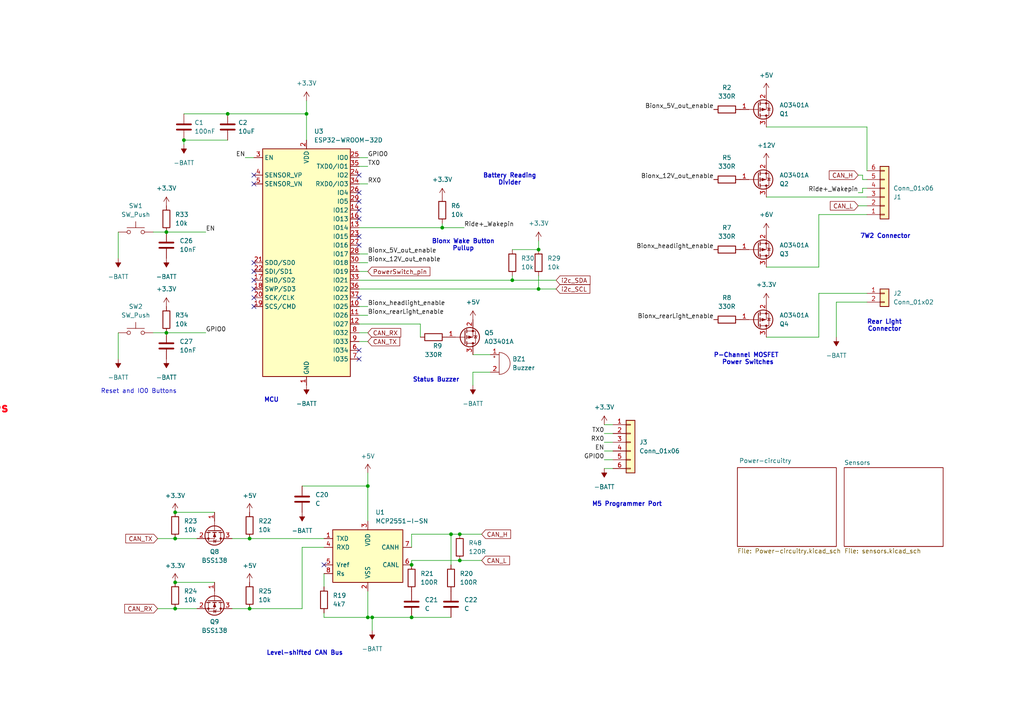
<source format=kicad_sch>
(kicad_sch (version 20231120) (generator "eeschema") (generator_version "8.0")
  (paper "A4")
  (title_block (title "Bionx EBike Battery Control Circuitry") (date "2024-04-29") (rev "0") (comment 1 "Requires an external BMS"))
  (lib_symbols
    (symbol "Connector_Generic:Conn_01x02" (pin_names (offset 1.016) hide)
      (property "Reference" "J" (at 0 2.54 0))
      (property "Value" "Conn_01x02" (at 0 -5.08 0))
      (symbol "Conn_01x02_1_1"
        (rectangle (start -1.27 -2.413) (end 0 -2.667) (stroke (width 0.1524)))
        (rectangle (start -1.27 0.127) (end 0 -0.127) (stroke (width 0.1524)))
        (rectangle (start -1.27 1.27) (end 1.27 -3.81) (stroke (width 0.254)) (fill (type background)))
        (pin passive line (at -5.08 0 0) (length 3.81) (name "Pin_1") (number "1"))
        (pin passive line (at -5.08 -2.54 0) (length 3.81) (name "Pin_2") (number "2"))
      )
    )
    (symbol "Connector_Generic:Conn_01x06" (pin_names (offset 1.016) hide)
      (property "Reference" "J" (at 0 7.62 0))
      (property "Value" "Conn_01x06" (at 0 -10.16 0))
      (symbol "Conn_01x06_1_1"
        (rectangle (start -1.27 -7.493) (end 0 -7.747) (stroke (width 0.1524)))
        (rectangle (start -1.27 -4.953) (end 0 -5.207) (stroke (width 0.1524)))
        (rectangle (start -1.27 -2.413) (end 0 -2.667) (stroke (width 0.1524)))
        (rectangle (start -1.27 0.127) (end 0 -0.127) (stroke (width 0.1524)))
        (rectangle (start -1.27 2.667) (end 0 2.413) (stroke (width 0.1524)))
        (rectangle (start -1.27 5.207) (end 0 4.953) (stroke (width 0.1524)))
        (rectangle (start -1.27 6.35) (end 1.27 -8.89) (stroke (width 0.254)) (fill (type background)))
        (pin passive line (at -5.08 5.08 0) (length 3.81) (name "Pin_1") (number "1"))
        (pin passive line (at -5.08 2.54 0) (length 3.81) (name "Pin_2") (number "2"))
        (pin passive line (at -5.08 0 0) (length 3.81) (name "Pin_3") (number "3"))
        (pin passive line (at -5.08 -2.54 0) (length 3.81) (name "Pin_4") (number "4"))
        (pin passive line (at -5.08 -5.08 0) (length 3.81) (name "Pin_5") (number "5"))
        (pin passive line (at -5.08 -7.62 0) (length 3.81) (name "Pin_6") (number "6"))
      )
    )
    (symbol "Device:Buzzer" (pin_names (offset 0.0254) hide)
      (property "Reference" "BZ" (at 3.81 1.27 0))
      (property "Value" "Buzzer" (at 3.81 -1.27 0))
      (symbol "Buzzer_0_1"
        (arc (start 0 -3.175) (mid 3.1612 0) (end 0 3.175))
        (polyline (pts (xy -1.651 1.905) (xy -1.143 1.905)))
        (polyline (pts (xy -1.397 2.159) (xy -1.397 1.651)))
        (polyline (pts (xy 0 3.175) (xy 0 -3.175)))
      )
      (symbol "Buzzer_1_1"
        (pin passive line (at -2.54 2.54 0) (length 2.54) (name "+") (number "1"))
        (pin passive line (at -2.54 -2.54 0) (length 2.54) (name "-") (number "2"))
      )
    )
    (symbol "Device:C" (pin_numbers hide) (pin_names (offset 0.254))
      (property "Reference" "C" (at 0.635 2.54 0))
      (property "Value" "C" (at 0.635 -2.54 0))
      (symbol "C_0_1"
        (polyline (pts (xy -2.032 -0.762) (xy 2.032 -0.762)) (stroke (width 0.508)))
        (polyline (pts (xy -2.032 0.762) (xy 2.032 0.762)) (stroke (width 0.508)))
      )
      (symbol "C_1_1"
        (pin passive line (at 0 3.81 270) (length 2.794) (name "~") (number "1"))
        (pin passive line (at 0 -3.81 90) (length 2.794) (name "~") (number "2"))
      )
    )
    (symbol "Device:R" (pin_numbers hide) (pin_names (offset 0))
      (property "Reference" "R" (at 2.032 0 90))
      (property "Value" "R" (at 0 0 90))
      (symbol "R_0_1"
        (rectangle (start -1.016 -2.54) (end 1.016 2.54) (stroke (width 0.254)))
      )
      (symbol "R_1_1"
        (pin passive line (at 0 3.81 270) (length 1.27) (name "~") (number "1"))
        (pin passive line (at 0 -3.81 90) (length 1.27) (name "~") (number "2"))
      )
    )
    (symbol "Interface_CAN_LIN:MCP2551-I-SN" (pin_names (offset 1.016))
      (property "Reference" "U" (at -10.16 8.89 0))
      (property "Value" "MCP2551-I-SN" (at 2.54 8.89 0))
      (symbol "MCP2551-I-SN_0_1"
        (rectangle (start -10.16 7.62) (end 10.16 -7.62) (stroke (width 0.254)) (fill (type background)))
      )
      (symbol "MCP2551-I-SN_1_1"
        (pin input line (at -12.7 5.08 0) (length 2.54) (name "TXD") (number "1"))
        (pin power_in line (at 0 -10.16 90) (length 2.54) (name "VSS") (number "2"))
        (pin power_in line (at 0 10.16 270) (length 2.54) (name "VDD") (number "3"))
        (pin output line (at -12.7 2.54 0) (length 2.54) (name "RXD") (number "4"))
        (pin power_out line (at -12.7 -2.54 0) (length 2.54) (name "Vref") (number "5"))
        (pin bidirectional line (at 12.7 -2.54 180) (length 2.54) (name "CANL") (number "6"))
        (pin bidirectional line (at 12.7 2.54 180) (length 2.54) (name "CANH") (number "7"))
        (pin input line (at -12.7 -5.08 0) (length 2.54) (name "Rs") (number "8"))
      )
    )
    (symbol "RF_Module:ESP32-WROOM-32D"
      (property "Reference" "U" (at -12.7 34.29 0))
      (property "Value" "ESP32-WROOM-32D" (at 1.27 34.29 0))
      (symbol "ESP32-WROOM-32D_0_1"
        (rectangle (start -12.7 33.02) (end 12.7 -33.02) (stroke (width 0.254)) (fill (type background)))
      )
      (symbol "ESP32-WROOM-32D_1_1"
        (pin power_in line (at 0 -35.56 90) (length 2.54) (name "GND") (number "1"))
        (pin bidirectional line (at 15.24 -12.7 180) (length 2.54) (name "IO25") (number "10"))
        (pin bidirectional line (at 15.24 -15.24 180) (length 2.54) (name "IO26") (number "11"))
        (pin bidirectional line (at 15.24 -17.78 180) (length 2.54) (name "IO27") (number "12"))
        (pin bidirectional line (at 15.24 10.16 180) (length 2.54) (name "IO14") (number "13"))
        (pin bidirectional line (at 15.24 15.24 180) (length 2.54) (name "IO12") (number "14"))
        (pin passive line (at 0 -35.56 90) (length 2.54) hide (name "GND") (number "15"))
        (pin bidirectional line (at 15.24 12.7 180) (length 2.54) (name "IO13") (number "16"))
        (pin bidirectional line (at -15.24 -5.08 0) (length 2.54) (name "SHD/SD2") (number "17"))
        (pin bidirectional line (at -15.24 -7.62 0) (length 2.54) (name "SWP/SD3") (number "18"))
        (pin bidirectional line (at -15.24 -12.7 0) (length 2.54) (name "SCS/CMD") (number "19"))
        (pin power_in line (at 0 35.56 270) (length 2.54) (name "VDD") (number "2"))
        (pin bidirectional line (at -15.24 -10.16 0) (length 2.54) (name "SCK/CLK") (number "20"))
        (pin bidirectional line (at -15.24 0 0) (length 2.54) (name "SDO/SD0") (number "21"))
        (pin bidirectional line (at -15.24 -2.54 0) (length 2.54) (name "SDI/SD1") (number "22"))
        (pin bidirectional line (at 15.24 7.62 180) (length 2.54) (name "IO15") (number "23"))
        (pin bidirectional line (at 15.24 25.4 180) (length 2.54) (name "IO2") (number "24"))
        (pin bidirectional line (at 15.24 30.48 180) (length 2.54) (name "IO0") (number "25"))
        (pin bidirectional line (at 15.24 20.32 180) (length 2.54) (name "IO4") (number "26"))
        (pin bidirectional line (at 15.24 5.08 180) (length 2.54) (name "IO16") (number "27"))
        (pin bidirectional line (at 15.24 2.54 180) (length 2.54) (name "IO17") (number "28"))
        (pin bidirectional line (at 15.24 17.78 180) (length 2.54) (name "IO5") (number "29"))
        (pin input line (at -15.24 30.48 0) (length 2.54) (name "EN") (number "3"))
        (pin bidirectional line (at 15.24 0 180) (length 2.54) (name "IO18") (number "30"))
        (pin bidirectional line (at 15.24 -2.54 180) (length 2.54) (name "IO19") (number "31"))
        (pin no_connect line (at -12.7 -27.94 0) (length 2.54) hide (name "NC") (number "32"))
        (pin bidirectional line (at 15.24 -5.08 180) (length 2.54) (name "IO21") (number "33"))
        (pin bidirectional line (at 15.24 22.86 180) (length 2.54) (name "RXD0/IO3") (number "34"))
        (pin bidirectional line (at 15.24 27.94 180) (length 2.54) (name "TXD0/IO1") (number "35"))
        (pin bidirectional line (at 15.24 -7.62 180) (length 2.54) (name "IO22") (number "36"))
        (pin bidirectional line (at 15.24 -10.16 180) (length 2.54) (name "IO23") (number "37"))
        (pin passive line (at 0 -35.56 90) (length 2.54) hide (name "GND") (number "38"))
        (pin passive line (at 0 -35.56 90) (length 2.54) hide (name "GND") (number "39"))
        (pin input line (at -15.24 25.4 0) (length 2.54) (name "SENSOR_VP") (number "4"))
        (pin input line (at -15.24 22.86 0) (length 2.54) (name "SENSOR_VN") (number "5"))
        (pin input line (at 15.24 -25.4 180) (length 2.54) (name "IO34") (number "6"))
        (pin input line (at 15.24 -27.94 180) (length 2.54) (name "IO35") (number "7"))
        (pin bidirectional line (at 15.24 -20.32 180) (length 2.54) (name "IO32") (number "8"))
        (pin bidirectional line (at 15.24 -22.86 180) (length 2.54) (name "IO33") (number "9"))
      )
    )
    (symbol "Switch:SW_Push" (pin_numbers hide) (pin_names (offset 1.016) hide)
      (property "Reference" "SW" (at 1.27 2.54 0))
      (property "Value" "SW_Push" (at 0 -1.524 0))
      (symbol "SW_Push_0_1"
        (circle (center -2.032 0) (radius 0.508))
        (polyline (pts (xy 0 1.27) (xy 0 3.048)))
        (polyline (pts (xy 2.54 1.27) (xy -2.54 1.27)))
        (circle (center 2.032 0) (radius 0.508))
        (pin passive line (at -5.08 0 0) (length 2.54) (name "1") (number "1"))
        (pin passive line (at 5.08 0 180) (length 2.54) (name "2") (number "2"))
      )
    )
    (symbol "Transistor_FET:AO3401A" (pin_names hide)
      (property "Reference" "Q" (at 5.08 1.905 0))
      (property "Value" "AO3401A" (at 5.08 0 0))
      (symbol "AO3401A_0_1"
        (polyline (pts (xy 0.254 0) (xy -2.54 0)))
        (polyline (pts (xy 0.254 1.905) (xy 0.254 -1.905)) (stroke (width 0.254)))
        (polyline (pts (xy 0.762 -1.27) (xy 0.762 -2.286)) (stroke (width 0.254)))
        (polyline (pts (xy 0.762 0.508) (xy 0.762 -0.508)) (stroke (width 0.254)))
        (polyline (pts (xy 0.762 2.286) (xy 0.762 1.27)) (stroke (width 0.254)))
        (polyline (pts (xy 2.54 2.54) (xy 2.54 1.778)))
        (polyline (pts (xy 2.54 -2.54) (xy 2.54 0) (xy 0.762 0)))
        (polyline (pts (xy 0.762 1.778) (xy 3.302 1.778) (xy 3.302 -1.778) (xy 0.762 -1.778)))
        (polyline (pts (xy 2.286 0) (xy 1.27 0.381) (xy 1.27 -0.381) (xy 2.286 0)) (fill (type outline)))
        (polyline (pts (xy 2.794 -0.508) (xy 2.921 -0.381) (xy 3.683 -0.381) (xy 3.81 -0.254)))
        (polyline (pts (xy 3.302 -0.381) (xy 2.921 0.254) (xy 3.683 0.254) (xy 3.302 -0.381)))
        (circle (center 1.651 0) (radius 2.794) (stroke (width 0.254)))
        (circle (center 2.54 -1.778) (radius 0.254) (fill (type outline)))
        (circle (center 2.54 1.778) (radius 0.254) (fill (type outline)))
      )
      (symbol "AO3401A_1_1"
        (pin input line (at -5.08 0 0) (length 2.54) (name "G") (number "1"))
        (pin passive line (at 2.54 -5.08 90) (length 2.54) (name "S") (number "2"))
        (pin passive line (at 2.54 5.08 270) (length 2.54) (name "D") (number "3"))
      )
    )
    (symbol "Transistor_FET:BSS138" (pin_names hide)
      (property "Reference" "Q" (at 5.08 1.905 0))
      (property "Value" "BSS138" (at 5.08 0 0))
      (symbol "BSS138_0_1"
        (polyline (pts (xy 0.254 0) (xy -2.54 0)))
        (polyline (pts (xy 0.254 1.905) (xy 0.254 -1.905)) (stroke (width 0.254)))
        (polyline (pts (xy 0.762 -1.27) (xy 0.762 -2.286)) (stroke (width 0.254)))
        (polyline (pts (xy 0.762 0.508) (xy 0.762 -0.508)) (stroke (width 0.254)))
        (polyline (pts (xy 0.762 2.286) (xy 0.762 1.27)) (stroke (width 0.254)))
        (polyline (pts (xy 2.54 2.54) (xy 2.54 1.778)))
        (polyline (pts (xy 2.54 -2.54) (xy 2.54 0) (xy 0.762 0)))
        (polyline (pts (xy 0.762 -1.778) (xy 3.302 -1.778) (xy 3.302 1.778) (xy 0.762 1.778)))
        (polyline (pts (xy 1.016 0) (xy 2.032 0.381) (xy 2.032 -0.381) (xy 1.016 0)) (fill (type outline)))
        (polyline (pts (xy 2.794 0.508) (xy 2.921 0.381) (xy 3.683 0.381) (xy 3.81 0.254)))
        (polyline (pts (xy 3.302 0.381) (xy 2.921 -0.254) (xy 3.683 -0.254) (xy 3.302 0.381)))
        (circle (center 1.651 0) (radius 2.794) (stroke (width 0.254)))
        (circle (center 2.54 -1.778) (radius 0.254) (fill (type outline)))
        (circle (center 2.54 1.778) (radius 0.254) (fill (type outline)))
      )
      (symbol "BSS138_1_1"
        (pin input line (at -5.08 0 0) (length 2.54) (name "G") (number "1"))
        (pin passive line (at 2.54 -5.08 90) (length 2.54) (name "S") (number "2"))
        (pin passive line (at 2.54 5.08 270) (length 2.54) (name "D") (number "3"))
      )
    )
    (symbol "power:+12V" (power) (pin_names (offset 0))
      (property "Value" "+12V" (at 0 3.556 0))
      (symbol "+12V_0_1"
        (polyline (pts (xy -0.762 1.27) (xy 0 2.54)))
        (polyline (pts (xy 0 0) (xy 0 2.54)))
        (polyline (pts (xy 0 2.54) (xy 0.762 1.27)))
      )
      (symbol "+12V_1_1"
        (pin power_in line (at 0 0 90) (length 0) hide (name "+12V") (number "1"))
      )
    )
    (symbol "power:+3.3V" (power) (pin_names (offset 0))
      (property "Value" "+3.3V" (at 0 3.556 0))
      (symbol "+3.3V_0_1"
        (polyline (pts (xy -0.762 1.27) (xy 0 2.54)))
        (polyline (pts (xy 0 0) (xy 0 2.54)))
        (polyline (pts (xy 0 2.54) (xy 0.762 1.27)))
      )
      (symbol "+3.3V_1_1"
        (pin power_in line (at 0 0 90) (length 0) hide (name "+3.3V") (number "1"))
      )
    )
    (symbol "power:+5V" (power) (pin_names (offset 0))
      (property "Value" "+5V" (at 0 3.556 0))
      (symbol "+5V_0_1"
        (polyline (pts (xy -0.762 1.27) (xy 0 2.54)))
        (polyline (pts (xy 0 0) (xy 0 2.54)))
        (polyline (pts (xy 0 2.54) (xy 0.762 1.27)))
      )
      (symbol "+5V_1_1"
        (pin power_in line (at 0 0 90) (length 0) hide (name "+5V") (number "1"))
      )
    )
    (symbol "power:-BATT" (power) (pin_names (offset 0))
      (property "Value" "-BATT" (at 0 3.556 0))
      (symbol "-BATT_0_1"
        (polyline (pts (xy 0 0) (xy 0 2.54)))
        (polyline (pts (xy 0.762 1.27) (xy -0.762 1.27) (xy 0 2.54) (xy 0.762 1.27)) (fill (type outline)))
      )
      (symbol "-BATT_1_1"
        (pin power_in line (at 0 0 90) (length 0) hide (name "-BATT") (number "1"))
      )
    )
  )
  (junction (at 72.39 176.53))
  (junction (at 119.38 163.83))
  (junction (at 156.21 72.39))
  (junction (at 107.95 179.07))
  (junction (at 128.27 66.04))
  (junction (at 66.04 33.02))
  (junction (at 119.38 179.07))
  (junction (at 88.9 33.02))
  (junction (at 133.35 154.94))
  (junction (at 50.8 156.21))
  (junction (at 50.8 148.59))
  (junction (at 50.8 168.91))
  (junction (at 53.34 40.64))
  (junction (at 72.39 156.21))
  (junction (at 156.21 83.82))
  (junction (at 48.26 96.52))
  (junction (at 148.59 81.28))
  (junction (at 106.68 179.07))
  (junction (at 50.8 176.53))
  (junction (at 48.26 67.31))
  (junction (at 130.81 154.94))
  (junction (at 106.68 140.97))
  (junction (at 133.35 162.56))
  (no_connect (at 104.14 63.5))
  (no_connect (at 104.14 68.58))
  (no_connect (at 73.66 88.9))
  (no_connect (at 73.66 53.34))
  (no_connect (at 73.66 83.82))
  (no_connect (at 104.14 58.42))
  (no_connect (at 73.66 86.36))
  (no_connect (at 104.14 60.96))
  (no_connect (at 73.66 76.2))
  (no_connect (at 104.14 71.12))
  (no_connect (at 104.14 104.14))
  (no_connect (at 104.14 101.6))
  (no_connect (at 73.66 50.8))
  (no_connect (at 104.14 50.8))
  (no_connect (at 104.14 86.36))
  (no_connect (at 104.14 55.88))
  (no_connect (at 73.66 78.74))
  (no_connect (at 73.66 81.28))
  (no_connect (at 93.98 163.83))
  (wire (pts (xy 148.59 80.01) (xy 148.59 81.28)))
  (wire (pts (xy 133.35 162.56) (xy 119.38 162.56)))
  (wire (pts (xy 48.26 96.52) (xy 59.69 96.52)))
  (wire (pts (xy 139.7 162.56) (xy 133.35 162.56)))
  (wire (pts (xy 67.31 176.53) (xy 72.39 176.53)))
  (wire (pts (xy 242.57 87.63) (xy 242.57 97.79)))
  (wire (pts (xy 106.68 99.06) (xy 104.14 99.06)))
  (wire (pts (xy 156.21 69.85) (xy 156.21 72.39)))
  (wire (pts (xy 104.14 83.82) (xy 156.21 83.82)))
  (wire (pts (xy 87.63 140.97) (xy 106.68 140.97)))
  (wire (pts (xy 175.26 133.35) (xy 177.8 133.35)))
  (wire (pts (xy 104.14 78.74) (xy 106.68 78.74)))
  (wire (pts (xy 222.25 36.83) (xy 251.46 36.83)))
  (wire (pts (xy 175.26 125.73) (xy 177.8 125.73)))
  (wire (pts (xy 175.26 128.27) (xy 177.8 128.27)))
  (wire (pts (xy 148.59 72.39) (xy 156.21 72.39)))
  (wire (pts (xy 48.26 67.31) (xy 59.69 67.31)))
  (wire (pts (xy 119.38 154.94) (xy 119.38 158.75)))
  (wire (pts (xy 104.14 91.44) (xy 106.68 91.44)))
  (wire (pts (xy 88.9 33.02) (xy 88.9 40.64)))
  (wire (pts (xy 119.38 154.94) (xy 130.81 154.94)))
  (wire (pts (xy 45.72 156.21) (xy 50.8 156.21)))
  (wire (pts (xy 53.34 41.91) (xy 53.34 40.64)))
  (wire (pts (xy 106.68 48.26) (xy 104.14 48.26)))
  (wire (pts (xy 93.98 158.75) (xy 87.63 158.75)))
  (wire (pts (xy 106.68 96.52) (xy 104.14 96.52)))
  (wire (pts (xy 242.57 87.63) (xy 251.46 87.63)))
  (wire (pts (xy 156.21 83.82) (xy 161.29 83.82)))
  (wire (pts (xy 175.26 123.19) (xy 177.8 123.19)))
  (wire (pts (xy 137.16 107.95) (xy 142.24 107.95)))
  (wire (pts (xy 139.7 154.94) (xy 133.35 154.94)))
  (wire (pts (xy 50.8 176.53) (xy 57.15 176.53)))
  (wire (pts (xy 104.14 93.98) (xy 121.92 93.98)))
  (wire (pts (xy 34.29 74.93) (xy 34.29 67.31)))
  (wire (pts (xy 137.16 102.87) (xy 142.24 102.87)))
  (wire (pts (xy 250.19 50.8) (xy 250.19 52.07)))
  (wire (pts (xy 88.9 29.21) (xy 88.9 33.02)))
  (wire (pts (xy 128.27 64.77) (xy 128.27 66.04)))
  (wire (pts (xy 66.04 33.02) (xy 88.9 33.02)))
  (wire (pts (xy 222.25 77.47) (xy 237.49 77.47)))
  (wire (pts (xy 248.92 50.8) (xy 250.19 50.8)))
  (wire (pts (xy 133.35 154.94) (xy 130.81 154.94)))
  (wire (pts (xy 104.14 66.04) (xy 128.27 66.04)))
  (wire (pts (xy 251.46 36.83) (xy 251.46 49.53)))
  (wire (pts (xy 107.95 179.07) (xy 119.38 179.07)))
  (wire (pts (xy 250.19 55.88) (xy 250.19 54.61)))
  (wire (pts (xy 148.59 81.28) (xy 161.29 81.28)))
  (wire (pts (xy 93.98 179.07) (xy 106.68 179.07)))
  (wire (pts (xy 250.19 52.07) (xy 251.46 52.07)))
  (wire (pts (xy 248.92 59.69) (xy 251.46 59.69)))
  (wire (pts (xy 119.38 162.56) (xy 119.38 163.83)))
  (wire (pts (xy 34.29 104.14) (xy 34.29 96.52)))
  (wire (pts (xy 53.34 40.64) (xy 66.04 40.64)))
  (wire (pts (xy 87.63 158.75) (xy 87.63 176.53)))
  (wire (pts (xy 50.8 148.59) (xy 62.23 148.59)))
  (wire (pts (xy 67.31 156.21) (xy 72.39 156.21)))
  (wire (pts (xy 50.8 156.21) (xy 57.15 156.21)))
  (wire (pts (xy 93.98 156.21) (xy 72.39 156.21)))
  (wire (pts (xy 119.38 179.07) (xy 130.81 179.07)))
  (wire (pts (xy 237.49 85.09) (xy 251.46 85.09)))
  (wire (pts (xy 93.98 170.18) (xy 93.98 166.37)))
  (wire (pts (xy 137.16 111.76) (xy 137.16 107.95)))
  (wire (pts (xy 106.68 88.9) (xy 104.14 88.9)))
  (wire (pts (xy 106.68 171.45) (xy 106.68 179.07)))
  (wire (pts (xy 44.45 67.31) (xy 48.26 67.31)))
  (wire (pts (xy 106.68 137.16) (xy 106.68 140.97)))
  (wire (pts (xy 44.45 96.52) (xy 48.26 96.52)))
  (wire (pts (xy 130.81 154.94) (xy 130.81 163.83)))
  (wire (pts (xy 106.68 76.2) (xy 104.14 76.2)))
  (wire (pts (xy 222.25 97.79) (xy 237.49 97.79)))
  (wire (pts (xy 175.26 130.81) (xy 177.8 130.81)))
  (wire (pts (xy 87.63 176.53) (xy 72.39 176.53)))
  (wire (pts (xy 175.26 135.89) (xy 177.8 135.89)))
  (wire (pts (xy 71.12 45.72) (xy 73.66 45.72)))
  (wire (pts (xy 104.14 81.28) (xy 148.59 81.28)))
  (wire (pts (xy 128.27 66.04) (xy 134.62 66.04)))
  (wire (pts (xy 106.68 73.66) (xy 104.14 73.66)))
  (wire (pts (xy 106.68 179.07) (xy 107.95 179.07)))
  (wire (pts (xy 53.34 33.02) (xy 66.04 33.02)))
  (wire (pts (xy 250.19 54.61) (xy 251.46 54.61)))
  (wire (pts (xy 237.49 97.79) (xy 237.49 85.09)))
  (wire (pts (xy 237.49 77.47) (xy 237.49 62.23)))
  (wire (pts (xy 121.92 93.98) (xy 121.92 97.79)))
  (wire (pts (xy 106.68 45.72) (xy 104.14 45.72)))
  (wire (pts (xy 106.68 140.97) (xy 106.68 151.13)))
  (wire (pts (xy 222.25 57.15) (xy 251.46 57.15)))
  (wire (pts (xy 93.98 179.07) (xy 93.98 177.8)))
  (wire (pts (xy 50.8 168.91) (xy 62.23 168.91)))
  (wire (pts (xy 237.49 62.23) (xy 251.46 62.23)))
  (wire (pts (xy 248.92 55.88) (xy 250.19 55.88)))
  (wire (pts (xy 45.72 176.53) (xy 50.8 176.53)))
  (wire (pts (xy 156.21 80.01) (xy 156.21 83.82)))
  (wire (pts (xy 107.95 179.07) (xy 107.95 182.88)))
  (wire (pts (xy 106.68 53.34) (xy 104.14 53.34)))
  (text "P-Channel MOSFET \nPower Switches" (at 216.916 104.14 0) (effects (font (size 1.27 1.27) (thickness 0.254) (bold yes))))
  (text "Level-shifted CAN Bus" (at 88.392 189.484 0) (effects (font (size 1.27 1.27) (thickness 0.254) (bold yes))))
  (text "MCU" (at 78.74 116.078 0) (effects (font (size 1.27 1.27) (thickness 0.254) (bold yes))))
  (text "Need to change LightsEnable_pin label to global- local not connected between sheets\nGPIO35 is input only, connect LightsEnable_pin to GPIO13 instead\nHeadlights buck converter requires a higher voltage for enable than 3.3v; using optocoupler to connect 12v to enable\n->use transistor in future\n\n\n" (at 32.766 230.886 0) (effects (font (size 2.54 2.54) (thickness 0.508) (bold yes)) (justify left)))
  (text "Status Buzzer" (at 126.492 110.236 0) (effects (font (size 1.27 1.27) (thickness 0.254) (bold yes))))
  (text "Reset and IO0 Buttons\n" (at 29.21 114.3 0) (effects (font (size 1.27 1.27)) (justify left bottom)))
  (text "M5 Programmer Port" (at 181.864 146.304 0) (effects (font (size 1.27 1.27) (thickness 0.254) (bold yes))))
  (text "Battery Reading\nDivider" (at 147.828 52.07 0) (effects (font (size 1.27 1.27) (thickness 0.254) (bold yes))))
  (text "7W2 Connector" (at 256.794 68.58 0) (effects (font (size 1.27 1.27) (thickness 0.254) (bold yes))))
  (text "Lights enable pin burned MCU!!!\nCareful with buck modules, EN pin is pulled\nhigh by module itself, find out how to \ndisable (probably desolder some resistor)\n\n-> REMOVE RESISTOR w/ value \"204\" LOCATED DIRECTLY\nNEXT TO BUCK CONVERTER IC\n\n\nAlso remove potentiometers from buck converters using fixed output voltages\n" (at -73.406 100.076 0) (effects (font (size 2.54 2.54) (thickness 0.508) (bold yes))))
  (text "Rear Light\nConnector" (at 256.54 94.488 0) (effects (font (size 1.27 1.27) (thickness 0.254) (bold yes))))
  (text "Bionx Wake Button\nPullup" (at 134.366 71.12 0) (effects (font (size 1.27 1.27) (thickness 0.254) (bold yes))))
  (label "TX0" (at 106.68 48.26 0))
  (label "EN" (at 59.69 67.31 0))
  (label "EN" (at 71.12 45.72 180))
  (label "GPIO0" (at 59.69 96.52 0))
  (label "Bionx_12V_out_enable" (at 106.68 76.2 0))
  (label "EN" (at 175.26 130.81 180))
  (label "Bionx_5V_out_enable" (at 106.68 73.66 0))
  (label "Bionx_rearLight_enable" (at 207.01 92.71 180))
  (label "Ride+_Wakepin" (at 248.92 55.88 180))
  (label "RX0" (at 106.68 53.34 0))
  (label "Bionx_5V_out_enable" (at 207.01 31.75 180))
  (label "RX0" (at 175.26 128.27 180))
  (label "Bionx_headlight_enable" (at 207.01 72.39 180))
  (label "Bionx_rearLight_enable" (at 106.68 91.44 0))
  (label "GPIO0" (at 175.26 133.35 180))
  (label "Ride+_Wakepin" (at 134.62 66.04 0))
  (label "TX0" (at 175.26 125.73 180))
  (label "Bionx_12V_out_enable" (at 207.01 52.07 180))
  (label "Bionx_headlight_enable" (at 106.68 88.9 0))
  (label "GPIO0" (at 106.68 45.72 0))
  (global_label "CAN_RX" (shape input) (at 45.72 176.53 180) (property "Intersheetrefs" "${INTERSHEET_REFS}" (effects (hide yes))))
  (global_label "PowerSwitch_pin" (shape input) (at 106.68 78.74 0) (property "Intersheetrefs" "${INTERSHEET_REFS}" (effects (hide yes))))
  (global_label "CAN_RX" (shape input) (at 106.68 96.52 0) (property "Intersheetrefs" "${INTERSHEET_REFS}" (effects (hide yes))))
  (global_label "i2c_SCL" (shape input) (at 161.29 83.82 0) (property "Intersheetrefs" "${INTERSHEET_REFS}" (effects (hide yes))))
  (global_label "CAN_L" (shape input) (at 248.92 59.69 180) (property "Intersheetrefs" "${INTERSHEET_REFS}" (effects (hide yes))))
  (global_label "CAN_TX" (shape input) (at 106.68 99.06 0) (property "Intersheetrefs" "${INTERSHEET_REFS}" (effects (hide yes))))
  (global_label "CAN_H" (shape input) (at 139.7 154.94 0) (property "Intersheetrefs" "${INTERSHEET_REFS}" (effects (hide yes))))
  (global_label "CAN_L" (shape input) (at 139.7 162.56 0) (property "Intersheetrefs" "${INTERSHEET_REFS}" (effects (hide yes))))
  (global_label "CAN_H" (shape input) (at 248.92 50.8 180) (property "Intersheetrefs" "${INTERSHEET_REFS}" (effects (hide yes))))
  (global_label "CAN_TX" (shape input) (at 45.72 156.21 180) (property "Intersheetrefs" "${INTERSHEET_REFS}" (effects (hide yes))))
  (global_label "i2c_SDA" (shape input) (at 161.29 81.28 0) (property "Intersheetrefs" "${INTERSHEET_REFS}" (effects (hide yes))))
  (symbol (lib_id "Switch:SW_Push") (at 39.37 67.31 0) (unit 1)
    (property "Reference" "SW1" (at 39.37 59.69 0))
    (property "Value" "SW_Push" (at 39.37 62.23 0))
    (property "Footprint" "Micro_buttons:G-Switch 3.9x3mm" (effects (hide yes)))
    (property "Description" "Push button switch, generic, two pins" (effects (hide yes)))
  )
  (symbol (lib_id "Device:R") (at 210.82 72.39 90) (unit 1)
    (property "Reference" "R7" (at 210.82 66.04 90))
    (property "Value" "330R" (at 210.82 68.58 90))
    (property "Footprint" "Resistor_SMD:R_0402_1005Metric" (effects (hide yes)))
    (property "Description" "Resistor" (effects (hide yes)))
  )
  (symbol (lib_id "power:+5V") (at 50.8 168.91 0) (unit 1)
    (property "Reference" "#PWR050" (effects (hide yes)))
    (property "Value" "+3.3V" (at 50.8 164.084 0))
  )
  (symbol (lib_id "Device:R") (at 93.98 173.99 0) (unit 1)
    (property "Reference" "R19" (at 96.52 172.7199 0) (effects (justify left)))
    (property "Value" "4k7" (at 96.52 175.2599 0) (effects (justify left)))
    (property "Footprint" "Resistor_SMD:R_0603_1608Metric" (effects (hide yes)))
    (property "Description" "Resistor" (effects (hide yes)))
  )
  (symbol (lib_id "Device:Buzzer") (at 144.78 105.41 0) (unit 1)
    (property "Reference" "BZ1" (at 148.59 104.1399 0) (effects (justify left)))
    (property "Value" "Buzzer" (at 148.59 106.6799 0) (effects (justify left)))
    (property "Footprint" "Buzzer_Beeper:Buzzer_12x9.5RM7.6" (effects (hide yes)))
    (property "Description" "Buzzer, polarized" (effects (hide yes)))
  )
  (symbol (lib_id "power:-BATT") (at 137.16 111.76 180) (unit 1)
    (property "Reference" "#PWR021" (effects (hide yes)))
    (property "Value" "-BATT" (at 137.16 117.094 0))
  )
  (symbol (lib_id "Device:C") (at 87.63 144.78 0) (unit 1)
    (property "Reference" "C20" (at 91.44 143.5099 0) (effects (justify left)))
    (property "Value" "C" (at 91.44 146.0499 0) (effects (justify left)))
    (property "Footprint" "Capacitor_SMD:C_0603_1608Metric" (effects (hide yes)))
    (property "Description" "Unpolarized capacitor" (effects (hide yes)))
  )
  (symbol (lib_id "Transistor_FET:AO3401A") (at 219.71 92.71 0) (mirror x) (unit 1)
    (property "Reference" "Q4" (at 226.06 93.9801 0) (effects (justify left)))
    (property "Value" "AO3401A" (at 226.06 91.4401 0) (effects (justify left)))
    (property "Footprint" "Package_TO_SOT_SMD:SOT-23" (effects (hide yes)))
    (property "Datasheet" "http://www.aosmd.com/pdfs/datasheet/AO3401A.pdf" (effects (hide yes)))
    (property "Description" "-4.0A Id, -30V Vds, P-Channel MOSFET, SOT-23" (effects (hide yes)))
  )
  (symbol (lib_id "RF_Module:ESP32-WROOM-32D") (at 88.9 76.2 0) (unit 1)
    (property "Reference" "U3" (at 91.0941 38.1 0) (effects (justify left)))
    (property "Value" "ESP32-WROOM-32D" (at 91.0941 40.64 0) (effects (justify left)))
    (property "Footprint" "RF_Module:ESP32-WROOM-32D" (effects (hide yes)))
    (property "Datasheet" "https://www.espressif.com/sites/default/files/documentation/esp32-wroom-32d_esp32-wroom-32u_datasheet_en.pdf" (effects (hide yes)))
    (property "Description" "RF Module, ESP32-D0WD SoC, Wi-Fi 802.11b/g/n, Bluetooth, BLE, 32-bit, 2.7-3.6V, onboard antenna, SMD" (effects (hide yes)))
  )
  (symbol (lib_id "power:+12V") (at 175.26 123.19 0) (unit 1)
    (property "Reference" "#PWR016" (effects (hide yes)))
    (property "Value" "+3.3V" (at 175.26 118.11 0))
  )
  (symbol (lib_id "power:-BATT") (at 242.57 97.79 180) (unit 1)
    (property "Reference" "#PWR018" (effects (hide yes)))
    (property "Value" "-BATT" (at 242.57 103.124 0))
  )
  (symbol (lib_id "Switch:SW_Push") (at 39.37 96.52 0) (unit 1)
    (property "Reference" "SW2" (at 39.37 88.9 0))
    (property "Value" "SW_Push" (at 39.37 91.44 0))
    (property "Footprint" "Micro_buttons:G-Switch 3.9x3mm" (effects (hide yes)))
    (property "Description" "Push button switch, generic, two pins" (effects (hide yes)))
  )
  (symbol (lib_id "Device:C") (at 53.34 36.83 0) (unit 1)
    (property "Reference" "C1" (at 56.388 35.56 0) (effects (justify left)))
    (property "Value" "100nF" (at 56.388 38.1 0) (effects (justify left)))
    (property "Footprint" "Capacitor_SMD:C_0805_2012Metric" (effects (hide yes)))
    (property "Description" "Unpolarized capacitor" (effects (hide yes)))
  )
  (symbol (lib_id "Device:R") (at 72.39 172.72 0) (unit 1)
    (property "Reference" "R25" (at 74.93 171.4499 0) (effects (justify left)))
    (property "Value" "10k" (at 74.93 173.9899 0) (effects (justify left)))
    (property "Footprint" "Resistor_SMD:R_0402_1005Metric" (effects (hide yes)))
    (property "Description" "Resistor" (effects (hide yes)))
  )
  (symbol (lib_id "power:-BATT") (at 107.95 182.88 180) (unit 1)
    (property "Reference" "#PWR046" (effects (hide yes)))
    (property "Value" "-BATT" (at 107.95 188.214 0))
  )
  (symbol (lib_id "power:+12V") (at 137.16 92.71 0) (unit 1)
    (property "Reference" "#PWR017" (effects (hide yes)))
    (property "Value" "+5V" (at 137.16 87.63 0))
  )
  (symbol (lib_id "Device:R") (at 50.8 152.4 0) (unit 1)
    (property "Reference" "R23" (at 53.34 151.1299 0) (effects (justify left)))
    (property "Value" "10k" (at 53.34 153.6699 0) (effects (justify left)))
    (property "Footprint" "Resistor_SMD:R_0402_1005Metric" (effects (hide yes)))
    (property "Description" "Resistor" (effects (hide yes)))
  )
  (symbol (lib_id "Device:C") (at 48.26 71.12 0) (unit 1)
    (property "Reference" "C26" (at 52.07 69.85 0) (effects (justify left)))
    (property "Value" "10nF" (at 52.07 72.39 0) (effects (justify left)))
    (property "Footprint" "Capacitor_SMD:C_0402_1005Metric" (effects (hide yes)))
  )
  (symbol (lib_id "power:+3.3V") (at 48.26 59.69 0) (unit 1)
    (property "Reference" "#PWR053" (effects (hide yes)))
    (property "Value" "+3.3V" (at 48.26 54.61 0))
  )
  (symbol (lib_id "Transistor_FET:BSS138") (at 62.23 153.67 270) (unit 1)
    (property "Reference" "Q8" (at 62.23 160.02 90))
    (property "Value" "BSS138" (at 62.23 162.56 90))
    (property "Footprint" "Package_TO_SOT_SMD:SOT-23" (effects (hide yes)))
    (property "Datasheet" "https://www.onsemi.com/pub/Collateral/BSS138-D.PDF" (effects (hide yes)))
    (property "Description" "50V Vds, 0.22A Id, N-Channel MOSFET, SOT-23" (effects (hide yes)))
  )
  (symbol (lib_id "Device:C") (at 48.26 100.33 0) (unit 1)
    (property "Reference" "C27" (at 52.07 99.06 0) (effects (justify left)))
    (property "Value" "10nF" (at 52.07 101.6 0) (effects (justify left)))
    (property "Footprint" "Capacitor_SMD:C_0402_1005Metric" (effects (hide yes)))
  )
  (symbol (lib_id "Transistor_FET:AO3401A") (at 219.71 72.39 0) (mirror x) (unit 1)
    (property "Reference" "Q3" (at 226.06 73.6601 0) (effects (justify left)))
    (property "Value" "AO3401A" (at 226.06 71.1201 0) (effects (justify left)))
    (property "Footprint" "Package_TO_SOT_SMD:SOT-23" (effects (hide yes)))
    (property "Datasheet" "http://www.aosmd.com/pdfs/datasheet/AO3401A.pdf" (effects (hide yes)))
    (property "Description" "-4.0A Id, -30V Vds, P-Channel MOSFET, SOT-23" (effects (hide yes)))
  )
  (symbol (lib_id "power:-BATT") (at 88.9 111.76 180) (unit 1)
    (property "Reference" "#PWR020" (effects (hide yes)))
    (property "Value" "-BATT" (at 88.9 117.094 0))
  )
  (symbol (lib_id "power:-BATT") (at 34.29 74.93 180) (unit 1)
    (property "Reference" "#PWR054" (effects (hide yes)))
    (property "Value" "-BATT" (at 34.29 80.264 0))
  )
  (symbol (lib_id "power:+5V") (at 50.8 148.59 0) (unit 1)
    (property "Reference" "#PWR049" (effects (hide yes)))
    (property "Value" "+3.3V" (at 50.8 143.764 0))
  )
  (symbol (lib_id "Device:R") (at 210.82 52.07 90) (unit 1)
    (property "Reference" "R5" (at 210.82 45.72 90))
    (property "Value" "330R" (at 210.82 48.26 90))
    (property "Footprint" "Resistor_SMD:R_0402_1005Metric" (effects (hide yes)))
    (property "Description" "Resistor" (effects (hide yes)))
  )
  (symbol (lib_id "Device:R") (at 210.82 92.71 90) (unit 1)
    (property "Reference" "R8" (at 210.82 86.36 90))
    (property "Value" "330R" (at 210.82 88.9 90))
    (property "Footprint" "Resistor_SMD:R_0402_1005Metric" (effects (hide yes)))
    (property "Description" "Resistor" (effects (hide yes)))
  )
  (symbol (lib_id "Device:R") (at 72.39 152.4 0) (unit 1)
    (property "Reference" "R22" (at 74.93 151.1299 0) (effects (justify left)))
    (property "Value" "10k" (at 74.93 153.6699 0) (effects (justify left)))
    (property "Footprint" "Resistor_SMD:R_0402_1005Metric" (effects (hide yes)))
    (property "Description" "Resistor" (effects (hide yes)))
  )
  (symbol (lib_id "power:-BATT") (at 87.63 148.59 180) (unit 1)
    (property "Reference" "#PWR047" (effects (hide yes)))
    (property "Value" "-BATT" (at 87.63 153.924 0))
  )
  (symbol (lib_id "Transistor_FET:BSS138") (at 62.23 173.99 270) (unit 1)
    (property "Reference" "Q9" (at 62.23 180.34 90))
    (property "Value" "BSS138" (at 62.23 182.88 90))
    (property "Footprint" "Package_TO_SOT_SMD:SOT-23" (effects (hide yes)))
    (property "Datasheet" "https://www.onsemi.com/pub/Collateral/BSS138-D.PDF" (effects (hide yes)))
    (property "Description" "50V Vds, 0.22A Id, N-Channel MOSFET, SOT-23" (effects (hide yes)))
  )
  (symbol (lib_id "Interface_CAN_LIN:MCP2551-I-SN") (at 106.68 161.29 0) (unit 1)
    (property "Reference" "U1" (at 108.8741 148.59 0) (effects (justify left)))
    (property "Value" "MCP2551-I-SN" (at 108.8741 151.13 0) (effects (justify left)))
    (property "Footprint" "Package_SO:SOIC-8_3.9x4.9mm_P1.27mm" (effects (hide yes)))
    (property "Datasheet" "http://ww1.microchip.com/downloads/en/devicedoc/21667d.pdf" (effects (hide yes)))
    (property "Description" "High-Speed CAN Transceiver, 1Mbps, 5V supply, SOIC-8" (effects (hide yes)))
  )
  (symbol (lib_id "power:+5V") (at 72.39 168.91 0) (unit 1)
    (property "Reference" "#PWR051" (effects (hide yes)))
    (property "Value" "+5V" (at 72.39 164.084 0))
  )
  (symbol (lib_id "Transistor_FET:AO3401A") (at 219.71 52.07 0) (mirror x) (unit 1)
    (property "Reference" "Q2" (at 226.06 53.3401 0) (effects (justify left)))
    (property "Value" "AO3401A" (at 226.06 50.8001 0) (effects (justify left)))
    (property "Footprint" "Package_TO_SOT_SMD:SOT-23" (effects (hide yes)))
    (property "Datasheet" "http://www.aosmd.com/pdfs/datasheet/AO3401A.pdf" (effects (hide yes)))
    (property "Description" "-4.0A Id, -30V Vds, P-Channel MOSFET, SOT-23" (effects (hide yes)))
  )
  (symbol (lib_id "power:-BATT") (at 53.34 41.91 180) (unit 1)
    (property "Reference" "#PWR06" (effects (hide yes)))
    (property "Value" "-BATT" (at 53.34 47.244 0))
  )
  (symbol (lib_id "power:+3.3V") (at 48.26 88.9 0) (unit 1)
    (property "Reference" "#PWR056" (effects (hide yes)))
    (property "Value" "+3.3V" (at 48.26 83.82 0))
  )
  (symbol (lib_id "Device:R") (at 125.73 97.79 270) (unit 1)
    (property "Reference" "R9" (at 128.27 100.33 90) (effects (justify right)))
    (property "Value" "330R" (at 128.27 102.87 90) (effects (justify right)))
    (property "Footprint" "Resistor_SMD:R_0402_1005Metric" (effects (hide yes)))
    (property "Description" "Resistor" (effects (hide yes)))
  )
  (symbol (lib_id "Device:R") (at 133.35 158.75 0) (unit 1)
    (property "Reference" "R48" (at 135.89 157.4799 0) (effects (justify left)))
    (property "Value" "120R" (at 135.89 160.0199 0) (effects (justify left)))
    (property "Footprint" "Resistor_SMD:R_0402_1005Metric" (effects (hide yes)))
    (property "Description" "Resistor" (effects (hide yes)))
  )
  (symbol (lib_id "power:+12V") (at 156.21 69.85 0) (unit 1)
    (property "Reference" "#PWR065" (effects (hide yes)))
    (property "Value" "+3.3V" (at 156.21 64.77 0))
  )
  (symbol (lib_id "Device:R") (at 50.8 172.72 0) (unit 1)
    (property "Reference" "R24" (at 53.34 171.4499 0) (effects (justify left)))
    (property "Value" "10k" (at 53.34 173.9899 0) (effects (justify left)))
    (property "Footprint" "Resistor_SMD:R_0402_1005Metric" (effects (hide yes)))
    (property "Description" "Resistor" (effects (hide yes)))
  )
  (symbol (lib_id "power:+5V") (at 72.39 148.59 0) (unit 1)
    (property "Reference" "#PWR048" (effects (hide yes)))
    (property "Value" "+5V" (at 72.39 143.764 0))
  )
  (symbol (lib_id "Device:R") (at 130.81 167.64 0) (unit 1)
    (property "Reference" "R20" (at 133.35 166.3699 0) (effects (justify left)))
    (property "Value" "100R" (at 133.35 168.9099 0) (effects (justify left)))
    (property "Footprint" "Resistor_SMD:R_0603_1608Metric" (effects (hide yes)))
    (property "Description" "Resistor" (effects (hide yes)))
  )
  (symbol (lib_id "Transistor_FET:AO3401A") (at 219.71 31.75 0) (mirror x) (unit 1)
    (property "Reference" "Q1" (at 226.06 33.0201 0) (effects (justify left)))
    (property "Value" "AO3401A" (at 226.06 30.4801 0) (effects (justify left)))
    (property "Footprint" "Package_TO_SOT_SMD:SOT-23" (effects (hide yes)))
    (property "Datasheet" "http://www.aosmd.com/pdfs/datasheet/AO3401A.pdf" (effects (hide yes)))
    (property "Description" "-4.0A Id, -30V Vds, P-Channel MOSFET, SOT-23" (effects (hide yes)))
  )
  (symbol (lib_id "Connector_Generic:Conn_01x02") (at 256.54 85.09 0) (unit 1)
    (property "Reference" "J2" (at 259.08 85.0899 0) (effects (justify left)))
    (property "Value" "Conn_01x02" (at 259.08 87.6299 0) (effects (justify left)))
    (property "Footprint" "Connector_JST:JST_XH_B2B-XH-A_1x02_P2.50mm_Vertical" (effects (hide yes)))
    (property "Description" "Generic connector, single row, 01x02, script generated (kicad-library-utils/schlib/autogen/connector/)" (effects (hide yes)))
  )
  (symbol (lib_id "Device:C") (at 130.81 175.26 0) (unit 1)
    (property "Reference" "C22" (at 134.62 173.9899 0) (effects (justify left)))
    (property "Value" "C" (at 134.62 176.5299 0) (effects (justify left)))
    (property "Footprint" "Capacitor_SMD:C_0603_1608Metric" (effects (hide yes)))
    (property "Description" "Unpolarized capacitor" (effects (hide yes)))
  )
  (symbol (lib_id "Device:R") (at 119.38 167.64 0) (unit 1)
    (property "Reference" "R21" (at 121.92 166.3699 0) (effects (justify left)))
    (property "Value" "100R" (at 121.92 168.9099 0) (effects (justify left)))
    (property "Footprint" "Resistor_SMD:R_0603_1608Metric" (effects (hide yes)))
    (property "Description" "Resistor" (effects (hide yes)))
  )
  (symbol (lib_id "power:+5V") (at 106.68 137.16 0) (unit 1)
    (property "Reference" "#PWR045" (effects (hide yes)))
    (property "Value" "+5V" (at 106.68 132.334 0))
  )
  (symbol (lib_id "Device:C") (at 119.38 175.26 0) (unit 1)
    (property "Reference" "C21" (at 123.19 173.9899 0) (effects (justify left)))
    (property "Value" "C" (at 123.19 176.5299 0) (effects (justify left)))
    (property "Footprint" "Capacitor_SMD:C_0603_1608Metric" (effects (hide yes)))
    (property "Description" "Unpolarized capacitor" (effects (hide yes)))
  )
  (symbol (lib_id "power:-BATT") (at 48.26 104.14 180) (unit 1)
    (property "Reference" "#PWR058" (effects (hide yes)))
    (property "Value" "-BATT" (at 48.26 109.474 0))
  )
  (symbol (lib_id "Device:C") (at 66.04 36.83 0) (unit 1)
    (property "Reference" "C2" (at 69.088 35.56 0) (effects (justify left)))
    (property "Value" "10uF" (at 69.088 38.1 0) (effects (justify left)))
    (property "Footprint" "Capacitor_SMD:C_0805_2012Metric" (effects (hide yes)))
    (property "Description" "Unpolarized capacitor" (effects (hide yes)))
  )
  (symbol (lib_id "Device:R") (at 48.26 63.5 0) (unit 1)
    (property "Reference" "R33" (at 50.8 62.23 0) (effects (justify left)))
    (property "Value" "10k" (at 50.8 64.77 0) (effects (justify left)))
    (property "Footprint" "Resistor_SMD:R_0402_1005Metric" (effects (hide yes)))
  )
  (symbol (lib_id "Device:R") (at 148.59 76.2 180) (unit 1)
    (property "Reference" "R30" (at 151.13 74.9299 0) (effects (justify right)))
    (property "Value" "10k" (at 151.13 77.4699 0) (effects (justify right)))
    (property "Footprint" "Resistor_SMD:R_0402_1005Metric" (effects (hide yes)))
    (property "Description" "Resistor" (effects (hide yes)))
  )
  (symbol (lib_id "power:-BATT") (at 175.26 135.89 180) (unit 1)
    (property "Reference" "#PWR019" (effects (hide yes)))
    (property "Value" "-BATT" (at 175.26 141.224 0))
  )
  (symbol (lib_id "power:+12V") (at 128.27 57.15 0) (unit 1)
    (property "Reference" "#PWR09" (effects (hide yes)))
    (property "Value" "+3.3V" (at 128.27 52.07 0))
  )
  (symbol (lib_id "power:+12V") (at 222.25 46.99 0) (unit 1)
    (property "Reference" "#PWR08" (effects (hide yes)))
    (property "Value" "+12V" (at 222.25 42.164 0))
  )
  (symbol (lib_id "power:-BATT") (at 34.29 104.14 180) (unit 1)
    (property "Reference" "#PWR057" (effects (hide yes)))
    (property "Value" "-BATT" (at 34.29 109.474 0))
  )
  (symbol (lib_id "power:+5V") (at 222.25 26.67 0) (unit 1)
    (property "Reference" "#PWR03" (effects (hide yes)))
    (property "Value" "+5V" (at 222.25 21.844 0))
  )
  (symbol (lib_id "power:+12V") (at 88.9 29.21 0) (unit 1)
    (property "Reference" "#PWR01" (effects (hide yes)))
    (property "Value" "+3.3V" (at 88.9 24.13 0))
  )
  (symbol (lib_id "Device:R") (at 48.26 92.71 0) (unit 1)
    (property "Reference" "R34" (at 50.8 91.44 0) (effects (justify left)))
    (property "Value" "10k" (at 50.8 93.98 0) (effects (justify left)))
    (property "Footprint" "Resistor_SMD:R_0402_1005Metric" (effects (hide yes)))
  )
  (symbol (lib_id "power:+12V") (at 222.25 67.31 0) (unit 1)
    (property "Reference" "#PWR014" (effects (hide yes)))
    (property "Value" "+6V" (at 222.25 62.23 0))
  )
  (symbol (lib_id "Transistor_FET:AO3401A") (at 134.62 97.79 0) (mirror x) (unit 1)
    (property "Reference" "Q5" (at 140.462 96.52 0) (effects (justify left)))
    (property "Value" "AO3401A" (at 140.462 99.06 0) (effects (justify left)))
    (property "Footprint" "Package_TO_SOT_SMD:SOT-23" (effects (hide yes)))
    (property "Datasheet" "http://www.aosmd.com/pdfs/datasheet/AO3401A.pdf" (effects (hide yes)))
    (property "Description" "-4.0A Id, -30V Vds, P-Channel MOSFET, SOT-23" (effects (hide yes)))
  )
  (symbol (lib_id "power:+12V") (at 222.25 87.63 0) (unit 1)
    (property "Reference" "#PWR015" (effects (hide yes)))
    (property "Value" "+3.3V" (at 222.25 82.55 0))
  )
  (symbol (lib_id "Connector_Generic:Conn_01x06") (at 256.54 57.15 0) (mirror x) (unit 1)
    (property "Reference" "J1" (at 259.08 57.1501 0) (effects (justify left)))
    (property "Value" "Conn_01x06" (at 259.08 54.6101 0) (effects (justify left)))
    (property "Footprint" "Connector_JST:JST_XH_S6B-XH-A_1x06_P2.50mm_Horizontal" (effects (hide yes)))
    (property "Description" "Generic connector, single row, 01x06, script generated (kicad-library-utils/schlib/autogen/connector/)" (effects (hide yes)))
  )
  (symbol (lib_id "Device:R") (at 128.27 60.96 180) (unit 1)
    (property "Reference" "R6" (at 130.81 59.6899 0) (effects (justify right)))
    (property "Value" "10k" (at 130.81 62.2299 0) (effects (justify right)))
    (property "Footprint" "Resistor_SMD:R_0402_1005Metric" (effects (hide yes)))
    (property "Description" "Resistor" (effects (hide yes)))
  )
  (symbol (lib_id "Connector_Generic:Conn_01x06") (at 182.88 128.27 0) (unit 1)
    (property "Reference" "J3" (at 185.42 128.2699 0) (effects (justify left)))
    (property "Value" "Conn_01x06" (at 185.42 130.8099 0) (effects (justify left)))
    (property "Footprint" "Connector_PinHeader_2.54mm:PinHeader_1x06_P2.54mm_Vertical" (effects (hide yes)))
    (property "Description" "Generic connector, single row, 01x06, script generated (kicad-library-utils/schlib/autogen/connector/)" (effects (hide yes)))
  )
  (symbol (lib_id "Device:R") (at 210.82 31.75 90) (unit 1)
    (property "Reference" "R2" (at 210.82 25.4 90))
    (property "Value" "330R" (at 210.82 27.94 90))
    (property "Footprint" "Resistor_SMD:R_0402_1005Metric" (effects (hide yes)))
    (property "Description" "Resistor" (effects (hide yes)))
  )
  (symbol (lib_id "power:-BATT") (at 48.26 74.93 180) (unit 1)
    (property "Reference" "#PWR055" (effects (hide yes)))
    (property "Value" "-BATT" (at 48.26 80.264 0))
  )
  (symbol (lib_id "Device:R") (at 156.21 76.2 180) (unit 1)
    (property "Reference" "R29" (at 158.75 74.9299 0) (effects (justify right)))
    (property "Value" "10k" (at 158.75 77.4699 0) (effects (justify right)))
    (property "Footprint" "Resistor_SMD:R_0402_1005Metric" (effects (hide yes)))
    (property "Description" "Resistor" (effects (hide yes)))
  )
  (sheet (at 213.868 135.636) (size 28.702 22.86) (stroke (width 0.1524))
    (property "Sheetname" "Power-circuitry" (at 214.376 134.366 0) (effects (justify left bottom)))
    (property "Sheetfile" "Power-circuitry.kicad_sch" (at 213.868 159.0806 0) (effects (justify left top)))
  )
  (sheet (at 244.856 135.636) (size 28.702 22.86) (stroke (width 0.1524))
    (property "Sheetname" "Sensors" (at 244.856 134.9244 0) (effects (justify left bottom)))
    (property "Sheetfile" "sensors.kicad_sch" (at 244.856 159.0806 0) (effects (justify left top)))
  )
)
</source>
